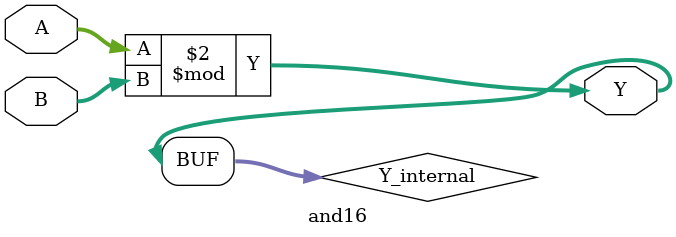
<source format=v>
`timescale 1ns / 1ps


module and16
    #(parameter data_width = 16)
    (
        input [data_width-1:0] A,
        input [data_width-1:0] B,
        output [data_width-1:0] Y
    );
        
        reg [data_width-1:0] Y_internal;
        
        always @(*) begin
            Y_internal = A % B;
        end
        
        assign Y = Y_internal;
        
endmodule

</source>
